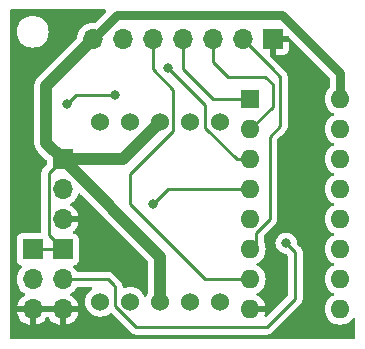
<source format=gbr>
%TF.GenerationSoftware,KiCad,Pcbnew,7.0.8-7.0.8~ubuntu23.04.1*%
%TF.CreationDate,2023-10-03T20:58:01+04:00*%
%TF.ProjectId,7segment_breakout,37736567-6d65-46e7-945f-627265616b6f,rev?*%
%TF.SameCoordinates,Original*%
%TF.FileFunction,Copper,L1,Top*%
%TF.FilePolarity,Positive*%
%FSLAX46Y46*%
G04 Gerber Fmt 4.6, Leading zero omitted, Abs format (unit mm)*
G04 Created by KiCad (PCBNEW 7.0.8-7.0.8~ubuntu23.04.1) date 2023-10-03 20:58:01*
%MOMM*%
%LPD*%
G01*
G04 APERTURE LIST*
%TA.AperFunction,ComponentPad*%
%ADD10R,1.600000X1.600000*%
%TD*%
%TA.AperFunction,ComponentPad*%
%ADD11O,1.600000X1.600000*%
%TD*%
%TA.AperFunction,ComponentPad*%
%ADD12R,1.700000X1.700000*%
%TD*%
%TA.AperFunction,ComponentPad*%
%ADD13O,1.700000X1.700000*%
%TD*%
%TA.AperFunction,ComponentPad*%
%ADD14C,1.524000*%
%TD*%
%TA.AperFunction,ViaPad*%
%ADD15C,0.800000*%
%TD*%
%TA.AperFunction,Conductor*%
%ADD16C,0.250000*%
%TD*%
%TA.AperFunction,Conductor*%
%ADD17C,1.000000*%
%TD*%
%TA.AperFunction,Conductor*%
%ADD18C,0.750000*%
%TD*%
G04 APERTURE END LIST*
D10*
%TO.P,U1,1,B*%
%TO.N,Net-(J5-Pin_4)*%
X146685000Y-82550000D03*
D11*
%TO.P,U1,2,C*%
%TO.N,Net-(J5-Pin_3)*%
X146685000Y-85090000D03*
%TO.P,U1,3,LT*%
%TO.N,Net-(J2-Pin_2)*%
X146685000Y-87630000D03*
%TO.P,U1,4,BI*%
%TO.N,Net-(J3-Pin_2)*%
X146685000Y-90170000D03*
%TO.P,U1,5,RBI*%
%TO.N,Net-(J4-Pin_2)*%
X146685000Y-92710000D03*
%TO.P,U1,6,D*%
%TO.N,Net-(J5-Pin_2)*%
X146685000Y-95250000D03*
%TO.P,U1,7,A*%
%TO.N,Net-(J5-Pin_5)*%
X146685000Y-97790000D03*
%TO.P,U1,8,GND*%
%TO.N,GND*%
X146685000Y-100330000D03*
%TO.P,U1,9,e*%
%TO.N,Net-(U1-e)*%
X154305000Y-100330000D03*
%TO.P,U1,10,d*%
%TO.N,Net-(U1-d)*%
X154305000Y-97790000D03*
%TO.P,U1,11,c*%
%TO.N,Net-(U1-c)*%
X154305000Y-95250000D03*
%TO.P,U1,12,b*%
%TO.N,Net-(U1-b)*%
X154305000Y-92710000D03*
%TO.P,U1,13,a*%
%TO.N,Net-(U1-a)*%
X154305000Y-90170000D03*
%TO.P,U1,14,g*%
%TO.N,Net-(U1-g)*%
X154305000Y-87630000D03*
%TO.P,U1,15,f*%
%TO.N,Net-(U1-f)*%
X154305000Y-85090000D03*
%TO.P,U1,16,VCC*%
%TO.N,VCC*%
X154305000Y-82550000D03*
%TD*%
D12*
%TO.P,J4,1,Pin_1*%
%TO.N,VCC*%
X130810000Y-95265000D03*
D13*
%TO.P,J4,2,Pin_2*%
%TO.N,Net-(J4-Pin_2)*%
X130810000Y-97805000D03*
%TO.P,J4,3,Pin_3*%
%TO.N,GND*%
X130810000Y-100345000D03*
%TD*%
D12*
%TO.P,J3,1,Pin_1*%
%TO.N,VCC*%
X128270000Y-95265000D03*
D13*
%TO.P,J3,2,Pin_2*%
%TO.N,Net-(J3-Pin_2)*%
X128270000Y-97805000D03*
%TO.P,J3,3,Pin_3*%
%TO.N,GND*%
X128270000Y-100345000D03*
%TD*%
D14*
%TO.P,U2,1,E*%
%TO.N,Net-(U2-E)*%
X133985000Y-99695000D03*
%TO.P,U2,2,D*%
%TO.N,Net-(U2-D)*%
X136525000Y-99695000D03*
%TO.P,U2,3,CA*%
%TO.N,VCC*%
X139065000Y-99695000D03*
%TO.P,U2,4,C*%
%TO.N,Net-(U2-C)*%
X141605000Y-99695000D03*
%TO.P,U2,5,DP*%
%TO.N,Net-(U2-DP)*%
X144145000Y-99695000D03*
%TO.P,U2,6,B*%
%TO.N,Net-(U2-B)*%
X144145000Y-84455000D03*
%TO.P,U2,7,A*%
%TO.N,Net-(U2-A)*%
X141605000Y-84455000D03*
%TO.P,U2,8,CA*%
%TO.N,VCC*%
X139065000Y-84455000D03*
%TO.P,U2,9,F*%
%TO.N,Net-(U2-F)*%
X136525000Y-84455000D03*
%TO.P,U2,10,G*%
%TO.N,Net-(U2-G)*%
X133985000Y-84455000D03*
%TD*%
D12*
%TO.P,J2,1,Pin_1*%
%TO.N,VCC*%
X130810000Y-87645000D03*
D13*
%TO.P,J2,2,Pin_2*%
%TO.N,Net-(J2-Pin_2)*%
X130810000Y-90185000D03*
%TO.P,J2,3,Pin_3*%
%TO.N,GND*%
X130810000Y-92725000D03*
%TD*%
D12*
%TO.P,J5,1,Pin_1*%
%TO.N,GND*%
X148595000Y-77470000D03*
D13*
%TO.P,J5,2,Pin_2*%
%TO.N,Net-(J5-Pin_2)*%
X146055000Y-77470000D03*
%TO.P,J5,3,Pin_3*%
%TO.N,Net-(J5-Pin_3)*%
X143515000Y-77470000D03*
%TO.P,J5,4,Pin_4*%
%TO.N,Net-(J5-Pin_4)*%
X140975000Y-77470000D03*
%TO.P,J5,5,Pin_5*%
%TO.N,Net-(J5-Pin_5)*%
X138435000Y-77470000D03*
%TO.P,J5,6,Pin_6*%
%TO.N,Net-(J5-Pin_6)*%
X135895000Y-77470000D03*
%TO.P,J5,7,Pin_7*%
%TO.N,VCC*%
X133355000Y-77470000D03*
%TD*%
D15*
%TO.N,Net-(J2-Pin_2)*%
X135255000Y-82169000D03*
X139700000Y-79883000D03*
X131191000Y-82931000D03*
%TO.N,Net-(J3-Pin_2)*%
X138430000Y-91440000D03*
%TO.N,Net-(J4-Pin_2)*%
X149733000Y-94742000D03*
%TD*%
D16*
%TO.N,Net-(J5-Pin_4)*%
X143510000Y-82550000D02*
X140975000Y-80015000D01*
X143510000Y-82550000D02*
X146685000Y-82550000D01*
X140975000Y-80015000D02*
X140975000Y-77470000D01*
%TO.N,Net-(J5-Pin_3)*%
X148590000Y-81280000D02*
X148590000Y-83185000D01*
X143515000Y-79380000D02*
X143515000Y-77470000D01*
X144780000Y-80645000D02*
X147955000Y-80645000D01*
X148590000Y-83185000D02*
X146685000Y-85090000D01*
X147955000Y-80645000D02*
X148590000Y-81280000D01*
X144780000Y-80645000D02*
X143515000Y-79380000D01*
D17*
%TO.N,VCC*%
X129413000Y-81412000D02*
X129413000Y-86248000D01*
X133355000Y-77470000D02*
X129413000Y-81412000D01*
X139065000Y-95900000D02*
X139065000Y-99695000D01*
X135875000Y-87645000D02*
X130810000Y-87645000D01*
D18*
X135387000Y-75438000D02*
X133355000Y-77470000D01*
X154305000Y-82550000D02*
X154305000Y-80330000D01*
X154305000Y-80330000D02*
X149413000Y-75438000D01*
X149413000Y-75438000D02*
X135387000Y-75438000D01*
D16*
X129635000Y-88820000D02*
X130810000Y-87645000D01*
D17*
X139065000Y-84455000D02*
X135875000Y-87645000D01*
D16*
X129635000Y-94090000D02*
X129635000Y-88820000D01*
X130810000Y-95265000D02*
X129635000Y-94090000D01*
X130810000Y-95265000D02*
X128270000Y-95265000D01*
D17*
X130810000Y-87645000D02*
X139065000Y-95900000D01*
X129413000Y-86248000D02*
X130810000Y-87645000D01*
D16*
%TO.N,Net-(J2-Pin_2)*%
X135255000Y-82169000D02*
X131953000Y-82169000D01*
X146685000Y-87630000D02*
X145542000Y-87630000D01*
X145542000Y-87630000D02*
X142875000Y-84963000D01*
X142875000Y-84963000D02*
X142875000Y-83058000D01*
X142875000Y-83058000D02*
X139700000Y-79883000D01*
X131953000Y-82169000D02*
X131191000Y-82931000D01*
%TO.N,Net-(J3-Pin_2)*%
X138430000Y-91440000D02*
X139700000Y-90170000D01*
X139700000Y-90170000D02*
X146685000Y-90170000D01*
%TO.N,Net-(J4-Pin_2)*%
X148082000Y-101854000D02*
X150495000Y-99441000D01*
X146812000Y-101854000D02*
X147574000Y-101854000D01*
X137033000Y-101854000D02*
X146812000Y-101854000D01*
X150495000Y-99441000D02*
X150495000Y-95504000D01*
X150495000Y-95504000D02*
X149733000Y-94742000D01*
X134635000Y-97805000D02*
X135128000Y-98298000D01*
X135255000Y-100076000D02*
X137033000Y-101854000D01*
X130810000Y-97805000D02*
X130810000Y-98057251D01*
X135128000Y-98298000D02*
X135255000Y-98425000D01*
X130810000Y-97805000D02*
X134635000Y-97805000D01*
X147574000Y-101854000D02*
X148082000Y-101854000D01*
X135255000Y-98425000D02*
X135255000Y-100076000D01*
%TO.N,Net-(J5-Pin_2)*%
X148590000Y-80005000D02*
X146055000Y-77470000D01*
X148590000Y-80010000D02*
X148590000Y-80005000D01*
X148336000Y-92710000D02*
X148336000Y-85725000D01*
X148336000Y-85725000D02*
X149225000Y-84836000D01*
X146685000Y-95250000D02*
X147193000Y-94742000D01*
X149225000Y-80645000D02*
X149225000Y-84709000D01*
X149225000Y-84836000D02*
X149225000Y-84709000D01*
X147193000Y-94742000D02*
X147193000Y-93853000D01*
X148590000Y-80010000D02*
X149225000Y-80645000D01*
X147193000Y-93853000D02*
X148336000Y-92710000D01*
%TO.N,Net-(J5-Pin_5)*%
X136525000Y-88900000D02*
X136525000Y-91440000D01*
X138430000Y-77470000D02*
X138697251Y-77470000D01*
X140152000Y-81732000D02*
X138435000Y-80015000D01*
X138435000Y-80015000D02*
X138435000Y-77470000D01*
X136525000Y-91440000D02*
X142875000Y-97790000D01*
X142875000Y-97790000D02*
X146685000Y-97790000D01*
X140152000Y-85273000D02*
X136525000Y-88900000D01*
X140152000Y-81732000D02*
X140152000Y-85273000D01*
%TD*%
%TA.AperFunction,Conductor*%
%TO.N,GND*%
G36*
X134424532Y-74949685D02*
G01*
X134470287Y-75002489D01*
X134480231Y-75071647D01*
X134451206Y-75135203D01*
X134445174Y-75141681D01*
X133503946Y-76082908D01*
X133442623Y-76116393D01*
X133405458Y-76118755D01*
X133355002Y-76114341D01*
X133354999Y-76114341D01*
X133119596Y-76134936D01*
X133119586Y-76134938D01*
X132891344Y-76196094D01*
X132891335Y-76196098D01*
X132677171Y-76295964D01*
X132677169Y-76295965D01*
X132483597Y-76431505D01*
X132316505Y-76598597D01*
X132180965Y-76792169D01*
X132180964Y-76792171D01*
X132081098Y-77006335D01*
X132081094Y-77006344D01*
X132019938Y-77234586D01*
X132019936Y-77234596D01*
X132008955Y-77360098D01*
X131983502Y-77425166D01*
X131973108Y-77436970D01*
X128714532Y-80695546D01*
X128649946Y-80756942D01*
X128614899Y-80807294D01*
X128612062Y-80811056D01*
X128573302Y-80858592D01*
X128573299Y-80858597D01*
X128557392Y-80889047D01*
X128553324Y-80895761D01*
X128533702Y-80923954D01*
X128509509Y-80980330D01*
X128507488Y-80984584D01*
X128479091Y-81038951D01*
X128479090Y-81038952D01*
X128469640Y-81071975D01*
X128467007Y-81079371D01*
X128453459Y-81110943D01*
X128441113Y-81171019D01*
X128439990Y-81175595D01*
X128423113Y-81234577D01*
X128423113Y-81234579D01*
X128420503Y-81268841D01*
X128419414Y-81276608D01*
X128416625Y-81290185D01*
X128412500Y-81310258D01*
X128412500Y-81371597D01*
X128412321Y-81376306D01*
X128407662Y-81437474D01*
X128409707Y-81453527D01*
X128412003Y-81471560D01*
X128412500Y-81479388D01*
X128412500Y-86235283D01*
X128410243Y-86324362D01*
X128410243Y-86324370D01*
X128421064Y-86384739D01*
X128421718Y-86389404D01*
X128427925Y-86450430D01*
X128427927Y-86450444D01*
X128438208Y-86483213D01*
X128440079Y-86490837D01*
X128446142Y-86524652D01*
X128446142Y-86524655D01*
X128468894Y-86581612D01*
X128470474Y-86586051D01*
X128488841Y-86644588D01*
X128488844Y-86644595D01*
X128505509Y-86674619D01*
X128508879Y-86681714D01*
X128521622Y-86713614D01*
X128521627Y-86713624D01*
X128555377Y-86764833D01*
X128557818Y-86768863D01*
X128587588Y-86822498D01*
X128587589Y-86822499D01*
X128587591Y-86822502D01*
X128609968Y-86848567D01*
X128614693Y-86854835D01*
X128627263Y-86873906D01*
X128633598Y-86883519D01*
X128676978Y-86926899D01*
X128680169Y-86930343D01*
X128720131Y-86976892D01*
X128720134Y-86976895D01*
X128720615Y-86977267D01*
X128747294Y-86997918D01*
X128753190Y-87003111D01*
X129423181Y-87673102D01*
X129456666Y-87734425D01*
X129459500Y-87760783D01*
X129459500Y-88059546D01*
X129439815Y-88126585D01*
X129423181Y-88147227D01*
X129251208Y-88319199D01*
X129238951Y-88329020D01*
X129239134Y-88329241D01*
X129233123Y-88334213D01*
X129185772Y-88384636D01*
X129164889Y-88405519D01*
X129164877Y-88405532D01*
X129160621Y-88411017D01*
X129156837Y-88415447D01*
X129124937Y-88449418D01*
X129124936Y-88449420D01*
X129115284Y-88466976D01*
X129104610Y-88483226D01*
X129092329Y-88499061D01*
X129092324Y-88499068D01*
X129073815Y-88541838D01*
X129071245Y-88547084D01*
X129048803Y-88587906D01*
X129043822Y-88607307D01*
X129037521Y-88625710D01*
X129029562Y-88644102D01*
X129029561Y-88644105D01*
X129022271Y-88690127D01*
X129021087Y-88695846D01*
X129009501Y-88740972D01*
X129009500Y-88740982D01*
X129009500Y-88761016D01*
X129007973Y-88780415D01*
X129004840Y-88800194D01*
X129004840Y-88800195D01*
X129009225Y-88846583D01*
X129009500Y-88852421D01*
X129009500Y-93790500D01*
X128989815Y-93857539D01*
X128937011Y-93903294D01*
X128885500Y-93914500D01*
X127372129Y-93914500D01*
X127372123Y-93914501D01*
X127312516Y-93920908D01*
X127177671Y-93971202D01*
X127177664Y-93971206D01*
X127062455Y-94057452D01*
X127062452Y-94057455D01*
X126976206Y-94172664D01*
X126976202Y-94172671D01*
X126925908Y-94307517D01*
X126919501Y-94367116D01*
X126919501Y-94367123D01*
X126919500Y-94367135D01*
X126919500Y-96162870D01*
X126919501Y-96162876D01*
X126925908Y-96222483D01*
X126976202Y-96357328D01*
X126976206Y-96357335D01*
X127062452Y-96472544D01*
X127062455Y-96472547D01*
X127177664Y-96558793D01*
X127177671Y-96558797D01*
X127309081Y-96607810D01*
X127365015Y-96649681D01*
X127389432Y-96715145D01*
X127374580Y-96783418D01*
X127353430Y-96811673D01*
X127231503Y-96933600D01*
X127095965Y-97127169D01*
X127095964Y-97127171D01*
X126996098Y-97341335D01*
X126996094Y-97341344D01*
X126934938Y-97569586D01*
X126934936Y-97569596D01*
X126914341Y-97804999D01*
X126914341Y-97805000D01*
X126934936Y-98040403D01*
X126934938Y-98040413D01*
X126996094Y-98268655D01*
X126996096Y-98268659D01*
X126996097Y-98268663D01*
X127079224Y-98446929D01*
X127095965Y-98482830D01*
X127095967Y-98482834D01*
X127140521Y-98546463D01*
X127231505Y-98676401D01*
X127398599Y-98843495D01*
X127557537Y-98954785D01*
X127584594Y-98973730D01*
X127628219Y-99028307D01*
X127635413Y-99097805D01*
X127603890Y-99160160D01*
X127584595Y-99176880D01*
X127398922Y-99306890D01*
X127398920Y-99306891D01*
X127231891Y-99473920D01*
X127231886Y-99473926D01*
X127096400Y-99667420D01*
X127096399Y-99667422D01*
X126996570Y-99881507D01*
X126996567Y-99881513D01*
X126939364Y-100094999D01*
X126939364Y-100095000D01*
X127836314Y-100095000D01*
X127810507Y-100135156D01*
X127770000Y-100273111D01*
X127770000Y-100416889D01*
X127810507Y-100554844D01*
X127836314Y-100595000D01*
X126939364Y-100595000D01*
X126996567Y-100808486D01*
X126996570Y-100808492D01*
X127096399Y-101022578D01*
X127231894Y-101216082D01*
X127398917Y-101383105D01*
X127592421Y-101518600D01*
X127806507Y-101618429D01*
X127806516Y-101618433D01*
X128020000Y-101675634D01*
X128020000Y-100780501D01*
X128127685Y-100829680D01*
X128234237Y-100845000D01*
X128305763Y-100845000D01*
X128412315Y-100829680D01*
X128520000Y-100780501D01*
X128520000Y-101675633D01*
X128733483Y-101618433D01*
X128733492Y-101618429D01*
X128947578Y-101518600D01*
X129141082Y-101383105D01*
X129308105Y-101216082D01*
X129438425Y-101029968D01*
X129493002Y-100986344D01*
X129562501Y-100979151D01*
X129624855Y-101010673D01*
X129641575Y-101029968D01*
X129771894Y-101216082D01*
X129938917Y-101383105D01*
X130132421Y-101518600D01*
X130346507Y-101618429D01*
X130346516Y-101618433D01*
X130560000Y-101675634D01*
X130560000Y-100780501D01*
X130667685Y-100829680D01*
X130774237Y-100845000D01*
X130845763Y-100845000D01*
X130952315Y-100829680D01*
X131060000Y-100780501D01*
X131060000Y-101675633D01*
X131273483Y-101618433D01*
X131273492Y-101618429D01*
X131487578Y-101518600D01*
X131681082Y-101383105D01*
X131848105Y-101216082D01*
X131983600Y-101022578D01*
X132083429Y-100808492D01*
X132083432Y-100808486D01*
X132140636Y-100595000D01*
X131243686Y-100595000D01*
X131269493Y-100554844D01*
X131310000Y-100416889D01*
X131310000Y-100273111D01*
X131269493Y-100135156D01*
X131243686Y-100095000D01*
X132140636Y-100095000D01*
X132140635Y-100094999D01*
X132083432Y-99881513D01*
X132083429Y-99881507D01*
X131983600Y-99667422D01*
X131983599Y-99667420D01*
X131848113Y-99473926D01*
X131848108Y-99473920D01*
X131681078Y-99306890D01*
X131495405Y-99176879D01*
X131451780Y-99122302D01*
X131444588Y-99052804D01*
X131476110Y-98990449D01*
X131495406Y-98973730D01*
X131681401Y-98843495D01*
X131848495Y-98676401D01*
X131983652Y-98483377D01*
X132038229Y-98439752D01*
X132085227Y-98430500D01*
X133196513Y-98430500D01*
X133263552Y-98450185D01*
X133309307Y-98502989D01*
X133319251Y-98572147D01*
X133290226Y-98635703D01*
X133267636Y-98656075D01*
X133170377Y-98724175D01*
X133014175Y-98880377D01*
X132887466Y-99061338D01*
X132887465Y-99061340D01*
X132794107Y-99261548D01*
X132794104Y-99261554D01*
X132736930Y-99474929D01*
X132736929Y-99474937D01*
X132717677Y-99694997D01*
X132717677Y-99695002D01*
X132736929Y-99915062D01*
X132736930Y-99915070D01*
X132794104Y-100128445D01*
X132794105Y-100128447D01*
X132794106Y-100128450D01*
X132829733Y-100204852D01*
X132887466Y-100328662D01*
X132887468Y-100328666D01*
X133014170Y-100509615D01*
X133014175Y-100509621D01*
X133170378Y-100665824D01*
X133170384Y-100665829D01*
X133351333Y-100792531D01*
X133351335Y-100792532D01*
X133351338Y-100792534D01*
X133551550Y-100885894D01*
X133764932Y-100943070D01*
X133922123Y-100956822D01*
X133984998Y-100962323D01*
X133985000Y-100962323D01*
X133985002Y-100962323D01*
X134040017Y-100957509D01*
X134205068Y-100943070D01*
X134418450Y-100885894D01*
X134618662Y-100792534D01*
X134799620Y-100665826D01*
X134799627Y-100665818D01*
X134799907Y-100665585D01*
X134800061Y-100665517D01*
X134804055Y-100662721D01*
X134804616Y-100663523D01*
X134863914Y-100637568D01*
X134932907Y-100648604D01*
X134967299Y-100672889D01*
X136532194Y-102237784D01*
X136542019Y-102250048D01*
X136542240Y-102249866D01*
X136547210Y-102255873D01*
X136547213Y-102255876D01*
X136547214Y-102255877D01*
X136597651Y-102303241D01*
X136618530Y-102324120D01*
X136624004Y-102328366D01*
X136628442Y-102332156D01*
X136662418Y-102364062D01*
X136662422Y-102364064D01*
X136679973Y-102373713D01*
X136696231Y-102384392D01*
X136712064Y-102396674D01*
X136734015Y-102406172D01*
X136754837Y-102415183D01*
X136760081Y-102417752D01*
X136800908Y-102440197D01*
X136820312Y-102445179D01*
X136838710Y-102451478D01*
X136857105Y-102459438D01*
X136903129Y-102466726D01*
X136908832Y-102467907D01*
X136953981Y-102479500D01*
X136974016Y-102479500D01*
X136993413Y-102481026D01*
X137013196Y-102484160D01*
X137059584Y-102479775D01*
X137065422Y-102479500D01*
X146732981Y-102479500D01*
X147494981Y-102479500D01*
X147999257Y-102479500D01*
X148014877Y-102481224D01*
X148014904Y-102480939D01*
X148022660Y-102481671D01*
X148022667Y-102481673D01*
X148091814Y-102479500D01*
X148121350Y-102479500D01*
X148128228Y-102478630D01*
X148134041Y-102478172D01*
X148180627Y-102476709D01*
X148199869Y-102471117D01*
X148218912Y-102467174D01*
X148238792Y-102464664D01*
X148282122Y-102447507D01*
X148287646Y-102445617D01*
X148291396Y-102444527D01*
X148332390Y-102432618D01*
X148349629Y-102422422D01*
X148367103Y-102413862D01*
X148385727Y-102406488D01*
X148385727Y-102406487D01*
X148385732Y-102406486D01*
X148423449Y-102379082D01*
X148428305Y-102375892D01*
X148468420Y-102352170D01*
X148482589Y-102337999D01*
X148497379Y-102325368D01*
X148513587Y-102313594D01*
X148543299Y-102277676D01*
X148547212Y-102273376D01*
X150878788Y-99941801D01*
X150891042Y-99931986D01*
X150890859Y-99931764D01*
X150896866Y-99926792D01*
X150896877Y-99926786D01*
X150927775Y-99893882D01*
X150944227Y-99876364D01*
X150954671Y-99865918D01*
X150965120Y-99855471D01*
X150969379Y-99849978D01*
X150973152Y-99845561D01*
X151005062Y-99811582D01*
X151014713Y-99794024D01*
X151025396Y-99777761D01*
X151037673Y-99761936D01*
X151056185Y-99719153D01*
X151058738Y-99713941D01*
X151081197Y-99673092D01*
X151086180Y-99653680D01*
X151092481Y-99635280D01*
X151100437Y-99616896D01*
X151107729Y-99570852D01*
X151108906Y-99565171D01*
X151120500Y-99520019D01*
X151120500Y-99499983D01*
X151122027Y-99480582D01*
X151122922Y-99474932D01*
X151125160Y-99460804D01*
X151120775Y-99414415D01*
X151120500Y-99408577D01*
X151120500Y-95586742D01*
X151122224Y-95571122D01*
X151121939Y-95571095D01*
X151122673Y-95563333D01*
X151120500Y-95494172D01*
X151120500Y-95464656D01*
X151120500Y-95464650D01*
X151119631Y-95457779D01*
X151119173Y-95451952D01*
X151117710Y-95405373D01*
X151112119Y-95386130D01*
X151108173Y-95367078D01*
X151105664Y-95347208D01*
X151088504Y-95303867D01*
X151086624Y-95298379D01*
X151073618Y-95253610D01*
X151063422Y-95236370D01*
X151054861Y-95218894D01*
X151047487Y-95200270D01*
X151047486Y-95200268D01*
X151020079Y-95162545D01*
X151016888Y-95157686D01*
X150993172Y-95117583D01*
X150993165Y-95117574D01*
X150979006Y-95103415D01*
X150966368Y-95088619D01*
X150954594Y-95072413D01*
X150918688Y-95042709D01*
X150914376Y-95038786D01*
X150671960Y-94796369D01*
X150638475Y-94735046D01*
X150636323Y-94721668D01*
X150618674Y-94553744D01*
X150560179Y-94373716D01*
X150465533Y-94209784D01*
X150338871Y-94069112D01*
X150338870Y-94069111D01*
X150185734Y-93957851D01*
X150185729Y-93957848D01*
X150012807Y-93880857D01*
X150012802Y-93880855D01*
X149867001Y-93849865D01*
X149827646Y-93841500D01*
X149638354Y-93841500D01*
X149605897Y-93848398D01*
X149453197Y-93880855D01*
X149453192Y-93880857D01*
X149280270Y-93957848D01*
X149280265Y-93957851D01*
X149127129Y-94069111D01*
X149000466Y-94209785D01*
X148905821Y-94373715D01*
X148905818Y-94373722D01*
X148859619Y-94515910D01*
X148847326Y-94553744D01*
X148827540Y-94742000D01*
X148847326Y-94930256D01*
X148847327Y-94930259D01*
X148905818Y-95110277D01*
X148905821Y-95110284D01*
X149000467Y-95274216D01*
X149092799Y-95376761D01*
X149127129Y-95414888D01*
X149280265Y-95526148D01*
X149280270Y-95526151D01*
X149453192Y-95603142D01*
X149453197Y-95603144D01*
X149638354Y-95642500D01*
X149697548Y-95642500D01*
X149764587Y-95662185D01*
X149785229Y-95678819D01*
X149833181Y-95726771D01*
X149866666Y-95788094D01*
X149869500Y-95814452D01*
X149869500Y-99130547D01*
X149849815Y-99197586D01*
X149833181Y-99218228D01*
X148090650Y-100960758D01*
X148029327Y-100994243D01*
X147959635Y-100989259D01*
X147903702Y-100947387D01*
X147879285Y-100881923D01*
X147890587Y-100820671D01*
X147911267Y-100776321D01*
X147911269Y-100776317D01*
X147963872Y-100580000D01*
X147000686Y-100580000D01*
X147012641Y-100568045D01*
X147070165Y-100455148D01*
X147089986Y-100330000D01*
X147070165Y-100204852D01*
X147012641Y-100091955D01*
X147000686Y-100080000D01*
X147963872Y-100080000D01*
X147963872Y-100079999D01*
X147911269Y-99883682D01*
X147911265Y-99883673D01*
X147815134Y-99677517D01*
X147684657Y-99491179D01*
X147523820Y-99330342D01*
X147337482Y-99199865D01*
X147279133Y-99172657D01*
X147226694Y-99126484D01*
X147207542Y-99059291D01*
X147227758Y-98992410D01*
X147279129Y-98947895D01*
X147337734Y-98920568D01*
X147524139Y-98790047D01*
X147685047Y-98629139D01*
X147815568Y-98442734D01*
X147911739Y-98236496D01*
X147970635Y-98016692D01*
X147990468Y-97790000D01*
X147970635Y-97563308D01*
X147925916Y-97396415D01*
X147911741Y-97343511D01*
X147911738Y-97343502D01*
X147910732Y-97341344D01*
X147815568Y-97137266D01*
X147685047Y-96950861D01*
X147685045Y-96950858D01*
X147524141Y-96789954D01*
X147337734Y-96659432D01*
X147337728Y-96659429D01*
X147279725Y-96632382D01*
X147227285Y-96586210D01*
X147208133Y-96519017D01*
X147228348Y-96452135D01*
X147279725Y-96407618D01*
X147337734Y-96380568D01*
X147524139Y-96250047D01*
X147685047Y-96089139D01*
X147815568Y-95902734D01*
X147911739Y-95696496D01*
X147970635Y-95476692D01*
X147990468Y-95250000D01*
X147970635Y-95023308D01*
X147911739Y-94803504D01*
X147830118Y-94628467D01*
X147818500Y-94576062D01*
X147818500Y-94163452D01*
X147838185Y-94096413D01*
X147854819Y-94075771D01*
X148220545Y-93710045D01*
X148719788Y-93210801D01*
X148732042Y-93200986D01*
X148731859Y-93200764D01*
X148737866Y-93195792D01*
X148737877Y-93195786D01*
X148774772Y-93156497D01*
X148785227Y-93145364D01*
X148795671Y-93134918D01*
X148806120Y-93124471D01*
X148810379Y-93118978D01*
X148814152Y-93114561D01*
X148846062Y-93080582D01*
X148855713Y-93063024D01*
X148866396Y-93046761D01*
X148878673Y-93030936D01*
X148897185Y-92988153D01*
X148899738Y-92982941D01*
X148922197Y-92942092D01*
X148927180Y-92922680D01*
X148933481Y-92904280D01*
X148941437Y-92885896D01*
X148948729Y-92839852D01*
X148949906Y-92834171D01*
X148961500Y-92789019D01*
X148961500Y-92768983D01*
X148963027Y-92749582D01*
X148966160Y-92729804D01*
X148961775Y-92683415D01*
X148961500Y-92677577D01*
X148961500Y-86035452D01*
X148981185Y-85968413D01*
X148997819Y-85947771D01*
X149302008Y-85643582D01*
X149608788Y-85336801D01*
X149621042Y-85326986D01*
X149620859Y-85326764D01*
X149626866Y-85321792D01*
X149626877Y-85321786D01*
X149657775Y-85288882D01*
X149674227Y-85271364D01*
X149684671Y-85260918D01*
X149695120Y-85250471D01*
X149699379Y-85244978D01*
X149703152Y-85240561D01*
X149735062Y-85206582D01*
X149744715Y-85189020D01*
X149755389Y-85172770D01*
X149767673Y-85156936D01*
X149786180Y-85114167D01*
X149788749Y-85108924D01*
X149799888Y-85088662D01*
X149811197Y-85068092D01*
X149816177Y-85048691D01*
X149822478Y-85030288D01*
X149830438Y-85011896D01*
X149837730Y-84965849D01*
X149838911Y-84960152D01*
X149838999Y-84959811D01*
X149850500Y-84915019D01*
X149850500Y-84894983D01*
X149852027Y-84875582D01*
X149855160Y-84855804D01*
X149850775Y-84809415D01*
X149850500Y-84803577D01*
X149850500Y-80727742D01*
X149852224Y-80712122D01*
X149851939Y-80712095D01*
X149852673Y-80704333D01*
X149850500Y-80635160D01*
X149850500Y-80605656D01*
X149850500Y-80605650D01*
X149849631Y-80598779D01*
X149849173Y-80592952D01*
X149847710Y-80546373D01*
X149842119Y-80527130D01*
X149838173Y-80508078D01*
X149835664Y-80488208D01*
X149818504Y-80444867D01*
X149816624Y-80439379D01*
X149803618Y-80394610D01*
X149793422Y-80377370D01*
X149784861Y-80359894D01*
X149777487Y-80341270D01*
X149777486Y-80341268D01*
X149750079Y-80303545D01*
X149746888Y-80298686D01*
X149723172Y-80258583D01*
X149723165Y-80258574D01*
X149709006Y-80244415D01*
X149696368Y-80229619D01*
X149691949Y-80223537D01*
X149684594Y-80213413D01*
X149648688Y-80183709D01*
X149644376Y-80179786D01*
X149106485Y-79641894D01*
X149093098Y-79624636D01*
X149092955Y-79624748D01*
X149088172Y-79618582D01*
X149088170Y-79618579D01*
X149074005Y-79604414D01*
X149061368Y-79589619D01*
X149058482Y-79585647D01*
X149049594Y-79573413D01*
X149049591Y-79573411D01*
X149049591Y-79573410D01*
X149013693Y-79543713D01*
X149009381Y-79539790D01*
X148381319Y-78911728D01*
X148347834Y-78850405D01*
X148345000Y-78824047D01*
X148345000Y-77905501D01*
X148452685Y-77954680D01*
X148559237Y-77970000D01*
X148630763Y-77970000D01*
X148737315Y-77954680D01*
X148845000Y-77905501D01*
X148845000Y-78820000D01*
X149492828Y-78820000D01*
X149492844Y-78819999D01*
X149552372Y-78813598D01*
X149552379Y-78813596D01*
X149687086Y-78763354D01*
X149687093Y-78763350D01*
X149802187Y-78677190D01*
X149802190Y-78677187D01*
X149888350Y-78562093D01*
X149888354Y-78562086D01*
X149938596Y-78427379D01*
X149938598Y-78427372D01*
X149944999Y-78367844D01*
X149945000Y-78367827D01*
X149945000Y-77720000D01*
X149028686Y-77720000D01*
X149054493Y-77679844D01*
X149095000Y-77541889D01*
X149095000Y-77398111D01*
X149054493Y-77260156D01*
X149028686Y-77220000D01*
X149905494Y-77220000D01*
X149972533Y-77239685D01*
X149993175Y-77256319D01*
X153393181Y-80656325D01*
X153426666Y-80717648D01*
X153429500Y-80744006D01*
X153429500Y-81534951D01*
X153409815Y-81601990D01*
X153393181Y-81622632D01*
X153304954Y-81710858D01*
X153174432Y-81897265D01*
X153174431Y-81897267D01*
X153078261Y-82103502D01*
X153078258Y-82103511D01*
X153019366Y-82323302D01*
X153019364Y-82323313D01*
X152999532Y-82549998D01*
X152999532Y-82550001D01*
X153019364Y-82776686D01*
X153019366Y-82776697D01*
X153078258Y-82996488D01*
X153078261Y-82996497D01*
X153174431Y-83202732D01*
X153174432Y-83202734D01*
X153304954Y-83389141D01*
X153465858Y-83550045D01*
X153465861Y-83550047D01*
X153652266Y-83680568D01*
X153710275Y-83707618D01*
X153762714Y-83753791D01*
X153781866Y-83820984D01*
X153761650Y-83887865D01*
X153710275Y-83932382D01*
X153652267Y-83959431D01*
X153652265Y-83959432D01*
X153465858Y-84089954D01*
X153304954Y-84250858D01*
X153174432Y-84437265D01*
X153174431Y-84437267D01*
X153078261Y-84643502D01*
X153078258Y-84643511D01*
X153019366Y-84863302D01*
X153019364Y-84863313D01*
X152999532Y-85089998D01*
X152999532Y-85090001D01*
X153019364Y-85316686D01*
X153019366Y-85316697D01*
X153078258Y-85536488D01*
X153078261Y-85536497D01*
X153174431Y-85742732D01*
X153174432Y-85742734D01*
X153304954Y-85929141D01*
X153465858Y-86090045D01*
X153465861Y-86090047D01*
X153652266Y-86220568D01*
X153710275Y-86247618D01*
X153762714Y-86293791D01*
X153781866Y-86360984D01*
X153761650Y-86427865D01*
X153710275Y-86472382D01*
X153652267Y-86499431D01*
X153652265Y-86499432D01*
X153465858Y-86629954D01*
X153304954Y-86790858D01*
X153174432Y-86977265D01*
X153174431Y-86977267D01*
X153078261Y-87183502D01*
X153078258Y-87183511D01*
X153019366Y-87403302D01*
X153019364Y-87403313D01*
X152999532Y-87629998D01*
X152999532Y-87630001D01*
X153019364Y-87856686D01*
X153019366Y-87856697D01*
X153078258Y-88076488D01*
X153078261Y-88076497D01*
X153174431Y-88282732D01*
X153174432Y-88282734D01*
X153304954Y-88469141D01*
X153465858Y-88630045D01*
X153465861Y-88630047D01*
X153652266Y-88760568D01*
X153710275Y-88787618D01*
X153762714Y-88833791D01*
X153781866Y-88900984D01*
X153761650Y-88967865D01*
X153710275Y-89012382D01*
X153652267Y-89039431D01*
X153652265Y-89039432D01*
X153465858Y-89169954D01*
X153304954Y-89330858D01*
X153174432Y-89517265D01*
X153174431Y-89517267D01*
X153078261Y-89723502D01*
X153078258Y-89723511D01*
X153019366Y-89943302D01*
X153019364Y-89943313D01*
X152999532Y-90169998D01*
X152999532Y-90170001D01*
X153019364Y-90396686D01*
X153019366Y-90396697D01*
X153078258Y-90616488D01*
X153078261Y-90616497D01*
X153174431Y-90822732D01*
X153174432Y-90822734D01*
X153304954Y-91009141D01*
X153465858Y-91170045D01*
X153465861Y-91170047D01*
X153652266Y-91300568D01*
X153710275Y-91327618D01*
X153762714Y-91373791D01*
X153781866Y-91440984D01*
X153761650Y-91507865D01*
X153710275Y-91552382D01*
X153652267Y-91579431D01*
X153652265Y-91579432D01*
X153465858Y-91709954D01*
X153304954Y-91870858D01*
X153174432Y-92057265D01*
X153174431Y-92057267D01*
X153078261Y-92263502D01*
X153078258Y-92263511D01*
X153019366Y-92483302D01*
X153019364Y-92483313D01*
X152999532Y-92709998D01*
X152999532Y-92710001D01*
X153019364Y-92936686D01*
X153019366Y-92936697D01*
X153078258Y-93156488D01*
X153078261Y-93156497D01*
X153174431Y-93362732D01*
X153174432Y-93362734D01*
X153304954Y-93549141D01*
X153465858Y-93710045D01*
X153465861Y-93710047D01*
X153652266Y-93840568D01*
X153710275Y-93867618D01*
X153762714Y-93913791D01*
X153781866Y-93980984D01*
X153761650Y-94047865D01*
X153710275Y-94092382D01*
X153652267Y-94119431D01*
X153652265Y-94119432D01*
X153465858Y-94249954D01*
X153304954Y-94410858D01*
X153174432Y-94597265D01*
X153174431Y-94597267D01*
X153078261Y-94803502D01*
X153078258Y-94803511D01*
X153019366Y-95023302D01*
X153019364Y-95023313D01*
X152999532Y-95249998D01*
X152999532Y-95250001D01*
X153019364Y-95476686D01*
X153019366Y-95476697D01*
X153078258Y-95696488D01*
X153078261Y-95696497D01*
X153174431Y-95902732D01*
X153174432Y-95902734D01*
X153304954Y-96089141D01*
X153465858Y-96250045D01*
X153465861Y-96250047D01*
X153652266Y-96380568D01*
X153710275Y-96407618D01*
X153762714Y-96453791D01*
X153781866Y-96520984D01*
X153761650Y-96587865D01*
X153710275Y-96632382D01*
X153652267Y-96659431D01*
X153652265Y-96659432D01*
X153465858Y-96789954D01*
X153304954Y-96950858D01*
X153174432Y-97137265D01*
X153174431Y-97137267D01*
X153078261Y-97343502D01*
X153078258Y-97343511D01*
X153019366Y-97563302D01*
X153019364Y-97563313D01*
X152999532Y-97789998D01*
X152999532Y-97790001D01*
X153019364Y-98016686D01*
X153019366Y-98016697D01*
X153078258Y-98236488D01*
X153078261Y-98236497D01*
X153174431Y-98442732D01*
X153174432Y-98442734D01*
X153304954Y-98629141D01*
X153465858Y-98790045D01*
X153465861Y-98790047D01*
X153652266Y-98920568D01*
X153710275Y-98947618D01*
X153762714Y-98993791D01*
X153781866Y-99060984D01*
X153761650Y-99127865D01*
X153710275Y-99172382D01*
X153652267Y-99199431D01*
X153652265Y-99199432D01*
X153465858Y-99329954D01*
X153304954Y-99490858D01*
X153174432Y-99677265D01*
X153174431Y-99677267D01*
X153078261Y-99883502D01*
X153078258Y-99883511D01*
X153019366Y-100103302D01*
X153019364Y-100103313D01*
X152999532Y-100329998D01*
X152999532Y-100330001D01*
X153019364Y-100556686D01*
X153019366Y-100556697D01*
X153078258Y-100776488D01*
X153078261Y-100776497D01*
X153174431Y-100982732D01*
X153174432Y-100982734D01*
X153304954Y-101169141D01*
X153465858Y-101330045D01*
X153465861Y-101330047D01*
X153652266Y-101460568D01*
X153858504Y-101556739D01*
X154078308Y-101615635D01*
X154240230Y-101629801D01*
X154304998Y-101635468D01*
X154305000Y-101635468D01*
X154305002Y-101635468D01*
X154361673Y-101630509D01*
X154531692Y-101615635D01*
X154751496Y-101556739D01*
X154957734Y-101460568D01*
X155144139Y-101330047D01*
X155305047Y-101169139D01*
X155349425Y-101105759D01*
X155404001Y-101062135D01*
X155473499Y-101054941D01*
X155535854Y-101086463D01*
X155571269Y-101146693D01*
X155575000Y-101176883D01*
X155575000Y-102746000D01*
X155555315Y-102813039D01*
X155502511Y-102858794D01*
X155451000Y-102870000D01*
X126489000Y-102870000D01*
X126421961Y-102850315D01*
X126376206Y-102797511D01*
X126365000Y-102746000D01*
X126365000Y-76835000D01*
X126914341Y-76835000D01*
X126934936Y-77070403D01*
X126934938Y-77070413D01*
X126996094Y-77298655D01*
X126996096Y-77298659D01*
X126996097Y-77298663D01*
X127017238Y-77344000D01*
X127095964Y-77512828D01*
X127095965Y-77512830D01*
X127231505Y-77706402D01*
X127398597Y-77873494D01*
X127592169Y-78009034D01*
X127592171Y-78009035D01*
X127806337Y-78108903D01*
X128034592Y-78170063D01*
X128211034Y-78185500D01*
X128328966Y-78185500D01*
X128505408Y-78170063D01*
X128733663Y-78108903D01*
X128947829Y-78009035D01*
X129141401Y-77873495D01*
X129308495Y-77706401D01*
X129444035Y-77512830D01*
X129543903Y-77298663D01*
X129605063Y-77070408D01*
X129625659Y-76835000D01*
X129605063Y-76599592D01*
X129543903Y-76371337D01*
X129444035Y-76157171D01*
X129444034Y-76157169D01*
X129308494Y-75963597D01*
X129141402Y-75796505D01*
X128947830Y-75660965D01*
X128947828Y-75660964D01*
X128840746Y-75611031D01*
X128733663Y-75561097D01*
X128733659Y-75561096D01*
X128733655Y-75561094D01*
X128505413Y-75499938D01*
X128505403Y-75499936D01*
X128328966Y-75484500D01*
X128211034Y-75484500D01*
X128034596Y-75499936D01*
X128034586Y-75499938D01*
X127806344Y-75561094D01*
X127806335Y-75561098D01*
X127592171Y-75660964D01*
X127592169Y-75660965D01*
X127398597Y-75796505D01*
X127231506Y-75963597D01*
X127231501Y-75963604D01*
X127095967Y-76157165D01*
X127095965Y-76157169D01*
X126996098Y-76371335D01*
X126996094Y-76371344D01*
X126934938Y-76599586D01*
X126934936Y-76599596D01*
X126914341Y-76834999D01*
X126914341Y-76835000D01*
X126365000Y-76835000D01*
X126365000Y-75054000D01*
X126384685Y-74986961D01*
X126437489Y-74941206D01*
X126489000Y-74930000D01*
X134357493Y-74930000D01*
X134424532Y-74949685D01*
G37*
%TD.AperFunction*%
%TA.AperFunction,Conductor*%
G36*
X130350507Y-100135156D02*
G01*
X130310000Y-100273111D01*
X130310000Y-100416889D01*
X130350507Y-100554844D01*
X130376314Y-100595000D01*
X128703686Y-100595000D01*
X128729493Y-100554844D01*
X128770000Y-100416889D01*
X128770000Y-100273111D01*
X128729493Y-100135156D01*
X128703686Y-100095000D01*
X130376314Y-100095000D01*
X130350507Y-100135156D01*
G37*
%TD.AperFunction*%
%TA.AperFunction,Conductor*%
G36*
X132263433Y-90525917D02*
G01*
X132302304Y-90552225D01*
X138028181Y-96278101D01*
X138061666Y-96339424D01*
X138064500Y-96365782D01*
X138064500Y-98883662D01*
X138044815Y-98950701D01*
X138042075Y-98954785D01*
X137967466Y-99061338D01*
X137967465Y-99061340D01*
X137907382Y-99190189D01*
X137861209Y-99242628D01*
X137794016Y-99261780D01*
X137727135Y-99241564D01*
X137682618Y-99190189D01*
X137653683Y-99128139D01*
X137622534Y-99061339D01*
X137523965Y-98920567D01*
X137495827Y-98880381D01*
X137458939Y-98843493D01*
X137339620Y-98724174D01*
X137339616Y-98724171D01*
X137339615Y-98724170D01*
X137158666Y-98597468D01*
X137158662Y-98597466D01*
X137016656Y-98531248D01*
X136958450Y-98504106D01*
X136958447Y-98504105D01*
X136958445Y-98504104D01*
X136745070Y-98446930D01*
X136745062Y-98446929D01*
X136525002Y-98427677D01*
X136524998Y-98427677D01*
X136304937Y-98446929D01*
X136304929Y-98446930D01*
X136091554Y-98504104D01*
X136091552Y-98504105D01*
X136091550Y-98504106D01*
X136056903Y-98520262D01*
X135987826Y-98530753D01*
X135924042Y-98502233D01*
X135885803Y-98443756D01*
X135880500Y-98407879D01*
X135880500Y-98385651D01*
X135880500Y-98385650D01*
X135879629Y-98378759D01*
X135879172Y-98372945D01*
X135877709Y-98326372D01*
X135872122Y-98307144D01*
X135868174Y-98288084D01*
X135866778Y-98277032D01*
X135865664Y-98268208D01*
X135848507Y-98224875D01*
X135846619Y-98219359D01*
X135833619Y-98174612D01*
X135823418Y-98157363D01*
X135814860Y-98139894D01*
X135807486Y-98121268D01*
X135807483Y-98121264D01*
X135807483Y-98121263D01*
X135780098Y-98083571D01*
X135776890Y-98078687D01*
X135753172Y-98038582D01*
X135753163Y-98038571D01*
X135739005Y-98024413D01*
X135726370Y-98009620D01*
X135714593Y-97993412D01*
X135678693Y-97963713D01*
X135674381Y-97959790D01*
X135542471Y-97827880D01*
X135135803Y-97421212D01*
X135125980Y-97408950D01*
X135125759Y-97409134D01*
X135120786Y-97403123D01*
X135070364Y-97355773D01*
X135055926Y-97341335D01*
X135049475Y-97334883D01*
X135043986Y-97330625D01*
X135039561Y-97326847D01*
X135005582Y-97294938D01*
X135005580Y-97294936D01*
X135005577Y-97294935D01*
X134988029Y-97285288D01*
X134971763Y-97274604D01*
X134955933Y-97262325D01*
X134913168Y-97243818D01*
X134907922Y-97241248D01*
X134867093Y-97218803D01*
X134867092Y-97218802D01*
X134847693Y-97213822D01*
X134829281Y-97207518D01*
X134810898Y-97199562D01*
X134810892Y-97199560D01*
X134764874Y-97192272D01*
X134759152Y-97191087D01*
X134714021Y-97179500D01*
X134714019Y-97179500D01*
X134693984Y-97179500D01*
X134674586Y-97177973D01*
X134667162Y-97176797D01*
X134654805Y-97174840D01*
X134654804Y-97174840D01*
X134608416Y-97179225D01*
X134602578Y-97179500D01*
X132085227Y-97179500D01*
X132018188Y-97159815D01*
X131983652Y-97126623D01*
X131848496Y-96933600D01*
X131848495Y-96933599D01*
X131726567Y-96811671D01*
X131693084Y-96750351D01*
X131698068Y-96680659D01*
X131739939Y-96624725D01*
X131770915Y-96607810D01*
X131902331Y-96558796D01*
X132017546Y-96472546D01*
X132103796Y-96357331D01*
X132154091Y-96222483D01*
X132160500Y-96162873D01*
X132160499Y-94367128D01*
X132154091Y-94307517D01*
X132132621Y-94249954D01*
X132103797Y-94172671D01*
X132103793Y-94172664D01*
X132017547Y-94057455D01*
X132017544Y-94057452D01*
X131902335Y-93971206D01*
X131902328Y-93971202D01*
X131770401Y-93921997D01*
X131714467Y-93880126D01*
X131690050Y-93814662D01*
X131704902Y-93746389D01*
X131726053Y-93718133D01*
X131848108Y-93596078D01*
X131983600Y-93402578D01*
X132083429Y-93188492D01*
X132083432Y-93188486D01*
X132140636Y-92975000D01*
X131243686Y-92975000D01*
X131269493Y-92934844D01*
X131310000Y-92796889D01*
X131310000Y-92653111D01*
X131269493Y-92515156D01*
X131243686Y-92475000D01*
X132140636Y-92475000D01*
X132140635Y-92474999D01*
X132083432Y-92261513D01*
X132083429Y-92261507D01*
X131983600Y-92047422D01*
X131983599Y-92047420D01*
X131848113Y-91853926D01*
X131848108Y-91853920D01*
X131681078Y-91686890D01*
X131495405Y-91556879D01*
X131451780Y-91502302D01*
X131444588Y-91432804D01*
X131476110Y-91370449D01*
X131495406Y-91353730D01*
X131544179Y-91319579D01*
X131681401Y-91223495D01*
X131848495Y-91056401D01*
X131984035Y-90862830D01*
X132083903Y-90648663D01*
X132094848Y-90607811D01*
X132131211Y-90548154D01*
X132194057Y-90517623D01*
X132263433Y-90525917D01*
G37*
%TD.AperFunction*%
%TD*%
M02*

</source>
